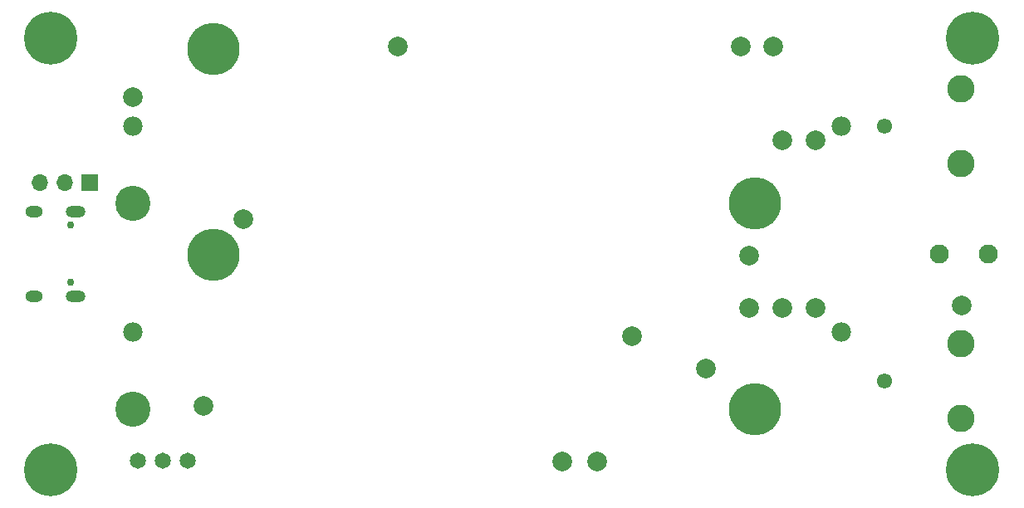
<source format=gbr>
%TF.GenerationSoftware,KiCad,Pcbnew,(6.0.4)*%
%TF.CreationDate,2023-03-24T19:38:28+01:00*%
%TF.ProjectId,test,74657374-2e6b-4696-9361-645f70636258,rev?*%
%TF.SameCoordinates,Original*%
%TF.FileFunction,Soldermask,Bot*%
%TF.FilePolarity,Negative*%
%FSLAX46Y46*%
G04 Gerber Fmt 4.6, Leading zero omitted, Abs format (unit mm)*
G04 Created by KiCad (PCBNEW (6.0.4)) date 2023-03-24 19:38:28*
%MOMM*%
%LPD*%
G01*
G04 APERTURE LIST*
%ADD10C,2.000000*%
%ADD11C,1.650000*%
%ADD12C,0.750013*%
%ADD13O,2.000000X1.200000*%
%ADD14O,1.800000X1.200000*%
%ADD15C,3.100000*%
%ADD16C,5.400000*%
%ADD17R,1.700000X1.700000*%
%ADD18O,1.700000X1.700000*%
%ADD19C,2.800000*%
%ADD20C,1.550000*%
%ADD21C,1.980000*%
%ADD22C,5.325000*%
%ADD23C,3.585000*%
%ADD24C,1.950000*%
G04 APERTURE END LIST*
D10*
%TO.C,TP15*%
X62225000Y-33425000D03*
%TD*%
%TO.C,TP1*%
X11400000Y-9000000D03*
%TD*%
D11*
%TO.C,SW3*%
X16990000Y-46125000D03*
X14450000Y-46125000D03*
X11910000Y-46125000D03*
%TD*%
D10*
%TO.C,TP2*%
X38330000Y-3880000D03*
%TD*%
D12*
%TO.C,U1*%
X5015621Y-22099060D03*
X5015621Y-27898908D03*
D13*
X5515748Y-20673863D03*
X5515748Y-29324105D03*
D14*
X1315850Y-29324105D03*
X1315850Y-20673863D03*
%TD*%
D10*
%TO.C,TP10*%
X74200000Y-30570000D03*
%TD*%
%TO.C,TP5*%
X80975000Y-13400000D03*
%TD*%
D15*
%TO.C,H4*%
X97000000Y-47000000D03*
D16*
X97000000Y-47000000D03*
%TD*%
D10*
%TO.C,TP7*%
X77575000Y-13400000D03*
%TD*%
%TO.C,TP13*%
X55175000Y-46200000D03*
%TD*%
D15*
%TO.C,H1*%
X3000000Y-3000000D03*
D16*
X3000000Y-3000000D03*
%TD*%
D10*
%TO.C,TP12*%
X58650000Y-46200000D03*
%TD*%
D16*
%TO.C,H2*%
X97000000Y-3000000D03*
D15*
X97000000Y-3000000D03*
%TD*%
D10*
%TO.C,TP6*%
X80970000Y-30560000D03*
%TD*%
%TO.C,TP8*%
X77610000Y-30570000D03*
%TD*%
%TO.C,TP11*%
X74200000Y-25200000D03*
%TD*%
%TO.C,TP17*%
X22650000Y-21450000D03*
%TD*%
%TO.C,TP16*%
X18525000Y-40525000D03*
%TD*%
%TO.C,TP9*%
X76680000Y-3890000D03*
%TD*%
%TO.C,TP3*%
X73300000Y-3850000D03*
%TD*%
D16*
%TO.C,H3*%
X3000000Y-47000000D03*
D15*
X3000000Y-47000000D03*
%TD*%
D10*
%TO.C,TP4*%
X95900000Y-30300000D03*
%TD*%
%TO.C,TP14*%
X69750000Y-36725000D03*
%TD*%
D17*
%TO.C,JP1*%
X6925000Y-17750000D03*
D18*
X4385000Y-17750000D03*
X1845000Y-17750000D03*
%TD*%
D19*
%TO.C,J3*%
X95762500Y-8200000D03*
X95762500Y-15800000D03*
D20*
X87962500Y-12000000D03*
%TD*%
D19*
%TO.C,J4*%
X95762500Y-34200000D03*
X95762500Y-41800000D03*
D20*
X87962500Y-38000000D03*
%TD*%
D21*
%TO.C,U5*%
X11380000Y-33000000D03*
X83600000Y-33000000D03*
D22*
X74780000Y-40870000D03*
D23*
X11380000Y-40870000D03*
D22*
X19580000Y-25130000D03*
%TD*%
D21*
%TO.C,U4*%
X11400000Y-12000000D03*
X83620000Y-12000000D03*
D22*
X74800000Y-19870000D03*
D23*
X11400000Y-19870000D03*
D22*
X19600000Y-4130000D03*
%TD*%
D24*
%TO.C,J1*%
X93607000Y-25000000D03*
X98607000Y-25000000D03*
%TD*%
M02*

</source>
